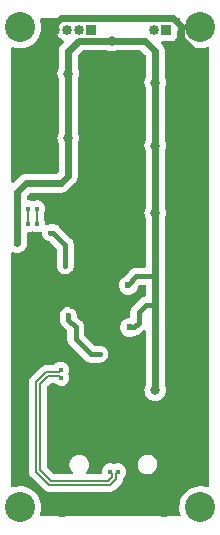
<source format=gbl>
G04 #@! TF.GenerationSoftware,KiCad,Pcbnew,(6.0.6)*
G04 #@! TF.CreationDate,2022-07-14T08:26:48+02:00*
G04 #@! TF.ProjectId,hs3-arduino-nano,6873332d-6172-4647-9569-6e6f2d6e616e,rev?*
G04 #@! TF.SameCoordinates,Original*
G04 #@! TF.FileFunction,Copper,L2,Bot*
G04 #@! TF.FilePolarity,Positive*
%FSLAX46Y46*%
G04 Gerber Fmt 4.6, Leading zero omitted, Abs format (unit mm)*
G04 Created by KiCad (PCBNEW (6.0.6)) date 2022-07-14 08:26:48*
%MOMM*%
%LPD*%
G01*
G04 APERTURE LIST*
G04 #@! TA.AperFunction,ComponentPad*
%ADD10C,2.540000*%
G04 #@! TD*
G04 #@! TA.AperFunction,ComponentPad*
%ADD11R,0.850000X0.850000*%
G04 #@! TD*
G04 #@! TA.AperFunction,ComponentPad*
%ADD12O,0.850000X0.850000*%
G04 #@! TD*
G04 #@! TA.AperFunction,ComponentPad*
%ADD13O,1.000000X2.100000*%
G04 #@! TD*
G04 #@! TA.AperFunction,ComponentPad*
%ADD14O,1.000000X1.600000*%
G04 #@! TD*
G04 #@! TA.AperFunction,ComponentPad*
%ADD15C,0.600000*%
G04 #@! TD*
G04 #@! TA.AperFunction,ViaPad*
%ADD16C,0.400000*%
G04 #@! TD*
G04 #@! TA.AperFunction,ViaPad*
%ADD17C,0.600000*%
G04 #@! TD*
G04 #@! TA.AperFunction,ViaPad*
%ADD18C,0.800000*%
G04 #@! TD*
G04 #@! TA.AperFunction,Conductor*
%ADD19C,0.600000*%
G04 #@! TD*
G04 #@! TA.AperFunction,Conductor*
%ADD20C,0.400000*%
G04 #@! TD*
G04 #@! TA.AperFunction,Conductor*
%ADD21C,0.127000*%
G04 #@! TD*
G04 APERTURE END LIST*
D10*
X139446000Y-68707000D03*
X139446000Y-109347000D03*
X154686000Y-109347000D03*
X154686000Y-68707000D03*
D11*
X151765000Y-68961000D03*
D12*
X150765000Y-68961000D03*
D13*
X143000000Y-105201000D03*
D14*
X151640000Y-109381000D03*
X143000000Y-109381000D03*
D13*
X151640000Y-105201000D03*
D11*
X145415000Y-68935600D03*
D12*
X144415000Y-68935600D03*
X143415000Y-68935600D03*
X142415000Y-68935600D03*
D15*
X143891000Y-91059000D03*
X142616000Y-92334000D03*
X145166000Y-92334000D03*
X145166000Y-91059000D03*
X142616000Y-91059000D03*
X145166000Y-89784000D03*
X143891000Y-89784000D03*
X143891000Y-92334000D03*
X142616000Y-89784000D03*
D16*
X148844000Y-91948000D03*
D17*
X148336000Y-72009000D03*
D16*
X145796000Y-101219000D03*
X152781000Y-88265000D03*
X153924000Y-96266000D03*
X143002000Y-83185000D03*
D17*
X148209000Y-77470000D03*
D18*
X142240000Y-101346000D03*
D16*
X146177000Y-98679000D03*
X148590000Y-84328000D03*
D17*
X139192000Y-88265000D03*
X146050000Y-79756000D03*
X146050000Y-74295000D03*
D16*
X153797000Y-82804000D03*
D17*
X139192000Y-91821000D03*
D18*
X139573000Y-98171000D03*
X139319000Y-102870000D03*
D16*
X148590000Y-88011000D03*
D18*
X150876000Y-78740000D03*
X150876000Y-99441000D03*
X150876000Y-73406000D03*
D17*
X148717000Y-94107000D03*
D18*
X150876000Y-84455000D03*
D17*
X139192000Y-86995000D03*
D18*
X143510000Y-72644000D03*
X143510000Y-78105000D03*
X147193000Y-69850000D03*
D17*
X148600000Y-90550000D03*
D16*
X141986000Y-86106000D03*
X146177000Y-96393000D03*
X143510000Y-93091000D03*
X143256000Y-88900000D03*
X147708500Y-106338640D03*
X142875000Y-97719000D03*
X147058500Y-106338640D03*
X142875000Y-98369000D03*
X140081000Y-84074000D03*
X140081000Y-85344000D03*
X140843000Y-84074000D03*
X140843000Y-85344000D03*
D19*
X152400000Y-67945000D02*
X153016000Y-68561000D01*
X154432000Y-70993000D02*
X154432000Y-72009000D01*
X142415000Y-68935600D02*
X142415000Y-68405000D01*
X153016000Y-69577000D02*
X154432000Y-70993000D01*
X142875000Y-67945000D02*
X152400000Y-67945000D01*
X142415000Y-68405000D02*
X142875000Y-67945000D01*
X153016000Y-68561000D02*
X153016000Y-69577000D01*
D20*
X150876000Y-92202000D02*
X150114000Y-92202000D01*
X150876000Y-89789000D02*
X149236000Y-89789000D01*
D19*
X149987000Y-69850000D02*
X147193000Y-69850000D01*
X139954000Y-81915000D02*
X142875000Y-81915000D01*
X150876000Y-73406000D02*
X150876000Y-70739000D01*
D20*
X150114000Y-92202000D02*
X149479000Y-92837000D01*
D19*
X143510000Y-72644000D02*
X143510000Y-78105000D01*
X150876000Y-99441000D02*
X150876000Y-89789000D01*
X150876000Y-78740000D02*
X150876000Y-73406000D01*
D20*
X149479000Y-92837000D02*
X149479000Y-93726000D01*
X149098000Y-94107000D02*
X148717000Y-94107000D01*
D19*
X139192000Y-82677000D02*
X139954000Y-81915000D01*
X144399000Y-69850000D02*
X147193000Y-69850000D01*
X143510000Y-72644000D02*
X143510000Y-70739000D01*
X139192000Y-86995000D02*
X139192000Y-82677000D01*
D20*
X149236000Y-89789000D02*
X148600000Y-90550000D01*
D19*
X150876000Y-70739000D02*
X149987000Y-69850000D01*
X143510000Y-70739000D02*
X144399000Y-69850000D01*
X142875000Y-81915000D02*
X143510000Y-81280000D01*
X143510000Y-81280000D02*
X143510000Y-78105000D01*
X150876000Y-89789000D02*
X150876000Y-78740000D01*
D20*
X149479000Y-93726000D02*
X149098000Y-94107000D01*
X143256000Y-88900000D02*
X143256000Y-87122000D01*
X145415000Y-96393000D02*
X146177000Y-96393000D01*
X144145000Y-95123000D02*
X145415000Y-96393000D01*
X143510000Y-93472000D02*
X144145000Y-94107000D01*
X143510000Y-93091000D02*
X143510000Y-93472000D01*
X142240000Y-86106000D02*
X141986000Y-86106000D01*
X143256000Y-87122000D02*
X142240000Y-86106000D01*
X144145000Y-94107000D02*
X144145000Y-95123000D01*
D21*
X140781500Y-106377080D02*
X140781500Y-98727920D01*
X147017080Y-107503500D02*
X141907920Y-107503500D01*
X147572001Y-106475139D02*
X147572001Y-106948579D01*
X147572001Y-106948579D02*
X147017080Y-107503500D01*
X147708500Y-106338640D02*
X147572001Y-106475139D01*
X142738501Y-97855499D02*
X142875000Y-97719000D01*
X141653921Y-97855499D02*
X142738501Y-97855499D01*
X141907920Y-107503500D02*
X140781500Y-106377080D01*
X140781500Y-98727920D02*
X141653921Y-97855499D01*
X146860920Y-107126500D02*
X142064080Y-107126500D01*
X147194999Y-106475139D02*
X147194999Y-106792421D01*
X142064080Y-107126500D02*
X141158500Y-106220920D01*
X141810079Y-98232501D02*
X142738501Y-98232501D01*
X141158500Y-106220920D02*
X141158500Y-98884080D01*
X141158500Y-98884080D02*
X141810079Y-98232501D01*
X147058500Y-106338640D02*
X147194999Y-106475139D01*
X147194999Y-106792421D02*
X146860920Y-107126500D01*
X142738501Y-98232501D02*
X142875000Y-98369000D01*
X140081000Y-85344000D02*
X140081000Y-84074000D01*
X140843000Y-84074000D02*
X140843000Y-85344000D01*
G04 #@! TA.AperFunction,Conductor*
G36*
X152907012Y-69015951D02*
G01*
X152945396Y-69075677D01*
X152948078Y-69086590D01*
X152967378Y-69183616D01*
X152968957Y-69188014D01*
X152968959Y-69188021D01*
X153017459Y-69323103D01*
X153056704Y-69432410D01*
X153058921Y-69436536D01*
X153161925Y-69628236D01*
X153181822Y-69665267D01*
X153184617Y-69669011D01*
X153184619Y-69669013D01*
X153312127Y-69839767D01*
X153339985Y-69877073D01*
X153343292Y-69880351D01*
X153343297Y-69880357D01*
X153511254Y-70046853D01*
X153527718Y-70063174D01*
X153740896Y-70219483D01*
X153745031Y-70221659D01*
X153745035Y-70221661D01*
X153868293Y-70286510D01*
X153974836Y-70342565D01*
X154092042Y-70383495D01*
X154219979Y-70428172D01*
X154224400Y-70429716D01*
X154228993Y-70430588D01*
X154479515Y-70478151D01*
X154479518Y-70478151D01*
X154484104Y-70479022D01*
X154616174Y-70484212D01*
X154743575Y-70489218D01*
X154743581Y-70489218D01*
X154748243Y-70489401D01*
X155011015Y-70460622D01*
X155015526Y-70459434D01*
X155015528Y-70459434D01*
X155262124Y-70394511D01*
X155262126Y-70394510D01*
X155266647Y-70393320D01*
X155271754Y-70391126D01*
X155272063Y-70391089D01*
X155275364Y-70389952D01*
X155275608Y-70390660D01*
X155342238Y-70382608D01*
X155406138Y-70413549D01*
X155443165Y-70474126D01*
X155447500Y-70506890D01*
X155447500Y-107550645D01*
X155427498Y-107618766D01*
X155373842Y-107665259D01*
X155303568Y-107675363D01*
X155283092Y-107670648D01*
X155102347Y-107612791D01*
X154959825Y-107589580D01*
X154846053Y-107571051D01*
X154846052Y-107571051D01*
X154841441Y-107570300D01*
X154709281Y-107568570D01*
X154581798Y-107566901D01*
X154581795Y-107566901D01*
X154577121Y-107566840D01*
X154315192Y-107602486D01*
X154310702Y-107603795D01*
X154310696Y-107603796D01*
X154218333Y-107630718D01*
X154061410Y-107676457D01*
X154057163Y-107678415D01*
X154057160Y-107678416D01*
X153966950Y-107720004D01*
X153821348Y-107787127D01*
X153817439Y-107789690D01*
X153604195Y-107929499D01*
X153604190Y-107929503D01*
X153600282Y-107932065D01*
X153596790Y-107935182D01*
X153439577Y-108075500D01*
X153403067Y-108108086D01*
X153234036Y-108311324D01*
X153096901Y-108537314D01*
X152994677Y-108781091D01*
X152993526Y-108785623D01*
X152993525Y-108785626D01*
X152982226Y-108830116D01*
X152929608Y-109037301D01*
X152903124Y-109300314D01*
X152903348Y-109304980D01*
X152903348Y-109304985D01*
X152905518Y-109350160D01*
X152915807Y-109564352D01*
X152967378Y-109823616D01*
X152968957Y-109828014D01*
X152968959Y-109828021D01*
X153009136Y-109939923D01*
X153013330Y-110010796D01*
X152978541Y-110072685D01*
X152915815Y-110105941D01*
X152890548Y-110108500D01*
X141245650Y-110108500D01*
X141177529Y-110088498D01*
X141131036Y-110034842D01*
X141120932Y-109964568D01*
X141124381Y-109948299D01*
X141192414Y-109707069D01*
X141193683Y-109702570D01*
X141227043Y-109440340D01*
X141229487Y-109347000D01*
X141209897Y-109083384D01*
X141151557Y-108825559D01*
X141136028Y-108785626D01*
X141057442Y-108583542D01*
X141057441Y-108583540D01*
X141055749Y-108579189D01*
X141029535Y-108533323D01*
X140926897Y-108353745D01*
X140924578Y-108349687D01*
X140760925Y-108142094D01*
X140568385Y-107960970D01*
X140530187Y-107934471D01*
X140355026Y-107812958D01*
X140355021Y-107812955D01*
X140351188Y-107810296D01*
X140346997Y-107808229D01*
X140118294Y-107695445D01*
X140118291Y-107695444D01*
X140114106Y-107693380D01*
X140057150Y-107675148D01*
X139988227Y-107653086D01*
X139862347Y-107612791D01*
X139719825Y-107589580D01*
X139606053Y-107571051D01*
X139606052Y-107571051D01*
X139601441Y-107570300D01*
X139469281Y-107568570D01*
X139341798Y-107566901D01*
X139341795Y-107566901D01*
X139337121Y-107566840D01*
X139075192Y-107602486D01*
X139070702Y-107603795D01*
X139070696Y-107603796D01*
X138889807Y-107656521D01*
X138859829Y-107665259D01*
X138845759Y-107669360D01*
X138774762Y-107669220D01*
X138715112Y-107630718D01*
X138685747Y-107566078D01*
X138684500Y-107548394D01*
X138684500Y-106377080D01*
X140204565Y-106377080D01*
X140209500Y-106414566D01*
X140209500Y-106414572D01*
X140224223Y-106526402D01*
X140281859Y-106665548D01*
X140294844Y-106682470D01*
X140368516Y-106778482D01*
X140368519Y-106778485D01*
X140373545Y-106785035D01*
X140380095Y-106790061D01*
X140380096Y-106790062D01*
X140396998Y-106803031D01*
X140409389Y-106813899D01*
X141471105Y-107875615D01*
X141481968Y-107888001D01*
X141499965Y-107911455D01*
X141529960Y-107934471D01*
X141529965Y-107934476D01*
X141529981Y-107934488D01*
X141529994Y-107934499D01*
X141612898Y-107998112D01*
X141619452Y-108003141D01*
X141758598Y-108060777D01*
X141789295Y-108064818D01*
X141870417Y-108075499D01*
X141870426Y-108075500D01*
X141870429Y-108075500D01*
X141870441Y-108075501D01*
X141899731Y-108079357D01*
X141899732Y-108079357D01*
X141907920Y-108080435D01*
X141916108Y-108079357D01*
X141916109Y-108079357D01*
X141937218Y-108076578D01*
X141953664Y-108075500D01*
X146971336Y-108075500D01*
X146987782Y-108076578D01*
X147008891Y-108079357D01*
X147008892Y-108079357D01*
X147017080Y-108080435D01*
X147025268Y-108079357D01*
X147025269Y-108079357D01*
X147054559Y-108075501D01*
X147054571Y-108075500D01*
X147054574Y-108075500D01*
X147054583Y-108075499D01*
X147135705Y-108064818D01*
X147166402Y-108060777D01*
X147305548Y-108003141D01*
X147425035Y-107911455D01*
X147443029Y-107888005D01*
X147453896Y-107875614D01*
X147944115Y-107385395D01*
X147956506Y-107374528D01*
X147973403Y-107361563D01*
X147973406Y-107361560D01*
X147979956Y-107356534D01*
X148029428Y-107292062D01*
X148071642Y-107237047D01*
X148129278Y-107097901D01*
X148148937Y-106948579D01*
X148149224Y-106948617D01*
X148167861Y-106885143D01*
X148192028Y-106857453D01*
X148228078Y-106826663D01*
X148233855Y-106821729D01*
X148333924Y-106682470D01*
X148397885Y-106523360D01*
X148402335Y-106492094D01*
X148421466Y-106357671D01*
X148421466Y-106357667D01*
X148422047Y-106353587D01*
X148422204Y-106338640D01*
X148406038Y-106205053D01*
X148402515Y-106175939D01*
X148402514Y-106175936D01*
X148401602Y-106168398D01*
X148340987Y-106007984D01*
X148243857Y-105866659D01*
X148238186Y-105861606D01*
X148121493Y-105757636D01*
X148121490Y-105757634D01*
X148115821Y-105752583D01*
X148107825Y-105748349D01*
X148033541Y-105709018D01*
X147986665Y-105684198D01*
X149372892Y-105684198D01*
X149373249Y-105691015D01*
X149373249Y-105691019D01*
X149378151Y-105784539D01*
X149382370Y-105865047D01*
X149384181Y-105871620D01*
X149384181Y-105871623D01*
X149428648Y-106033059D01*
X149430461Y-106039641D01*
X149514922Y-106199836D01*
X149519327Y-106205049D01*
X149519330Y-106205053D01*
X149627406Y-106332943D01*
X149627410Y-106332947D01*
X149631813Y-106338157D01*
X149637237Y-106342304D01*
X149637238Y-106342305D01*
X149770257Y-106444006D01*
X149770261Y-106444009D01*
X149775678Y-106448150D01*
X149862372Y-106488576D01*
X149933631Y-106521805D01*
X149933634Y-106521806D01*
X149939808Y-106524685D01*
X149946456Y-106526171D01*
X149946459Y-106526172D01*
X150052421Y-106549857D01*
X150116543Y-106564190D01*
X150122088Y-106564500D01*
X150255244Y-106564500D01*
X150390037Y-106549857D01*
X150508190Y-106510094D01*
X150555204Y-106494272D01*
X150555206Y-106494271D01*
X150561675Y-106492094D01*
X150716905Y-106398823D01*
X150721862Y-106394135D01*
X150721865Y-106394133D01*
X150843527Y-106279082D01*
X150843529Y-106279080D01*
X150848485Y-106274393D01*
X150852317Y-106268755D01*
X150852320Y-106268751D01*
X150946442Y-106130255D01*
X150950277Y-106124612D01*
X151017530Y-105956466D01*
X151018644Y-105949738D01*
X151018645Y-105949734D01*
X151045993Y-105784539D01*
X151045993Y-105784536D01*
X151047108Y-105777802D01*
X151046052Y-105757636D01*
X151037987Y-105603766D01*
X151037630Y-105596953D01*
X151014304Y-105512266D01*
X150991352Y-105428941D01*
X150989539Y-105422359D01*
X150905078Y-105262164D01*
X150900673Y-105256951D01*
X150900670Y-105256947D01*
X150792594Y-105129057D01*
X150792590Y-105129053D01*
X150788187Y-105123843D01*
X150782762Y-105119695D01*
X150649743Y-105017994D01*
X150649739Y-105017991D01*
X150644322Y-105013850D01*
X150539186Y-104964825D01*
X150486369Y-104940195D01*
X150486366Y-104940194D01*
X150480192Y-104937315D01*
X150473544Y-104935829D01*
X150473541Y-104935828D01*
X150308494Y-104898936D01*
X150308495Y-104898936D01*
X150303457Y-104897810D01*
X150297912Y-104897500D01*
X150164756Y-104897500D01*
X150029963Y-104912143D01*
X149946609Y-104940195D01*
X149864796Y-104967728D01*
X149864794Y-104967729D01*
X149858325Y-104969906D01*
X149703095Y-105063177D01*
X149698138Y-105067865D01*
X149698135Y-105067867D01*
X149643329Y-105119695D01*
X149571515Y-105187607D01*
X149567683Y-105193245D01*
X149567680Y-105193249D01*
X149516740Y-105268205D01*
X149469723Y-105337388D01*
X149402470Y-105505534D01*
X149401356Y-105512262D01*
X149401355Y-105512266D01*
X149374007Y-105677461D01*
X149372892Y-105684198D01*
X147986665Y-105684198D01*
X147964269Y-105672340D01*
X147946696Y-105667926D01*
X147805322Y-105632415D01*
X147805318Y-105632415D01*
X147797951Y-105630564D01*
X147790352Y-105630524D01*
X147790350Y-105630524D01*
X147718894Y-105630150D01*
X147626469Y-105629666D01*
X147619089Y-105631438D01*
X147619087Y-105631438D01*
X147467102Y-105667926D01*
X147467098Y-105667927D01*
X147459723Y-105669698D01*
X147452980Y-105673178D01*
X147452978Y-105673179D01*
X147442074Y-105678807D01*
X147372367Y-105692275D01*
X147325326Y-105678194D01*
X147320982Y-105675894D01*
X147320980Y-105675893D01*
X147314269Y-105672340D01*
X147260440Y-105658819D01*
X147155322Y-105632415D01*
X147155318Y-105632415D01*
X147147951Y-105630564D01*
X147140352Y-105630524D01*
X147140350Y-105630524D01*
X147068894Y-105630150D01*
X146976469Y-105629666D01*
X146969089Y-105631438D01*
X146969087Y-105631438D01*
X146817102Y-105667926D01*
X146817098Y-105667927D01*
X146809723Y-105669698D01*
X146657339Y-105748349D01*
X146528115Y-105861079D01*
X146429510Y-106001379D01*
X146367218Y-106161149D01*
X146344835Y-106331166D01*
X146347761Y-106357671D01*
X146354054Y-106414674D01*
X146341648Y-106484578D01*
X146293418Y-106536678D01*
X146228815Y-106554500D01*
X145088904Y-106554500D01*
X145020783Y-106534498D01*
X144974290Y-106480842D01*
X144964186Y-106410568D01*
X144993680Y-106345988D01*
X145002331Y-106336952D01*
X145006571Y-106332943D01*
X145068485Y-106274393D01*
X145072317Y-106268755D01*
X145072320Y-106268751D01*
X145166442Y-106130255D01*
X145170277Y-106124612D01*
X145237530Y-105956466D01*
X145238644Y-105949738D01*
X145238645Y-105949734D01*
X145265993Y-105784539D01*
X145265993Y-105784536D01*
X145267108Y-105777802D01*
X145266052Y-105757636D01*
X145257987Y-105603766D01*
X145257630Y-105596953D01*
X145234304Y-105512266D01*
X145211352Y-105428941D01*
X145209539Y-105422359D01*
X145125078Y-105262164D01*
X145120673Y-105256951D01*
X145120670Y-105256947D01*
X145012594Y-105129057D01*
X145012590Y-105129053D01*
X145008187Y-105123843D01*
X145002762Y-105119695D01*
X144869743Y-105017994D01*
X144869739Y-105017991D01*
X144864322Y-105013850D01*
X144759186Y-104964825D01*
X144706369Y-104940195D01*
X144706366Y-104940194D01*
X144700192Y-104937315D01*
X144693544Y-104935829D01*
X144693541Y-104935828D01*
X144528494Y-104898936D01*
X144528495Y-104898936D01*
X144523457Y-104897810D01*
X144517912Y-104897500D01*
X144384756Y-104897500D01*
X144249963Y-104912143D01*
X144166609Y-104940195D01*
X144084796Y-104967728D01*
X144084794Y-104967729D01*
X144078325Y-104969906D01*
X143923095Y-105063177D01*
X143918138Y-105067865D01*
X143918135Y-105067867D01*
X143863329Y-105119695D01*
X143791515Y-105187607D01*
X143787683Y-105193245D01*
X143787680Y-105193249D01*
X143736740Y-105268205D01*
X143689723Y-105337388D01*
X143622470Y-105505534D01*
X143621356Y-105512262D01*
X143621355Y-105512266D01*
X143594007Y-105677461D01*
X143592892Y-105684198D01*
X143593249Y-105691015D01*
X143593249Y-105691019D01*
X143598151Y-105784539D01*
X143602370Y-105865047D01*
X143604181Y-105871620D01*
X143604181Y-105871623D01*
X143648648Y-106033059D01*
X143650461Y-106039641D01*
X143734922Y-106199836D01*
X143739327Y-106205049D01*
X143739330Y-106205053D01*
X143847406Y-106332943D01*
X143847410Y-106332947D01*
X143851813Y-106338157D01*
X143852965Y-106339038D01*
X143887471Y-106398715D01*
X143884139Y-106469633D01*
X143842995Y-106527492D01*
X143777101Y-106553922D01*
X143765042Y-106554500D01*
X142353200Y-106554500D01*
X142285079Y-106534498D01*
X142264105Y-106517595D01*
X141767405Y-106020895D01*
X141733379Y-105958583D01*
X141730500Y-105931800D01*
X141730500Y-99173200D01*
X141750502Y-99105079D01*
X141767405Y-99084105D01*
X142010104Y-98841406D01*
X142072416Y-98807380D01*
X142099199Y-98804501D01*
X142252082Y-98804501D01*
X142320203Y-98824503D01*
X142336882Y-98837308D01*
X142455944Y-98945646D01*
X142455948Y-98945649D01*
X142461565Y-98950760D01*
X142612268Y-99032585D01*
X142778139Y-99076101D01*
X142865586Y-99077474D01*
X142942003Y-99078675D01*
X142942006Y-99078675D01*
X142949602Y-99078794D01*
X142957006Y-99077098D01*
X142957008Y-99077098D01*
X143059587Y-99053604D01*
X143116759Y-99040510D01*
X143269958Y-98963459D01*
X143275729Y-98958530D01*
X143275732Y-98958528D01*
X143394578Y-98857023D01*
X143400355Y-98852089D01*
X143489581Y-98727920D01*
X143495992Y-98718998D01*
X143495993Y-98718997D01*
X143500424Y-98712830D01*
X143564385Y-98553720D01*
X143588547Y-98383947D01*
X143588704Y-98369000D01*
X143582162Y-98314939D01*
X143569015Y-98206299D01*
X143569014Y-98206296D01*
X143568102Y-98198758D01*
X143565417Y-98191651D01*
X143526199Y-98087862D01*
X143520831Y-98017069D01*
X143527157Y-97996329D01*
X143561553Y-97910764D01*
X143564385Y-97903720D01*
X143588547Y-97733947D01*
X143588704Y-97719000D01*
X143568102Y-97548758D01*
X143507487Y-97388344D01*
X143482988Y-97352698D01*
X143414659Y-97253278D01*
X143414658Y-97253276D01*
X143410357Y-97247019D01*
X143404686Y-97241966D01*
X143287993Y-97137996D01*
X143287990Y-97137994D01*
X143282321Y-97132943D01*
X143274325Y-97128709D01*
X143174597Y-97075906D01*
X143130769Y-97052700D01*
X143102654Y-97045638D01*
X142971822Y-97012775D01*
X142971818Y-97012775D01*
X142964451Y-97010924D01*
X142956852Y-97010884D01*
X142956850Y-97010884D01*
X142885394Y-97010510D01*
X142792969Y-97010026D01*
X142785589Y-97011798D01*
X142785587Y-97011798D01*
X142633602Y-97048286D01*
X142633598Y-97048287D01*
X142626223Y-97050058D01*
X142473839Y-97128709D01*
X142344615Y-97241439D01*
X142343474Y-97243063D01*
X142285066Y-97279048D01*
X142251873Y-97283499D01*
X141699672Y-97283499D01*
X141683225Y-97282421D01*
X141662109Y-97279641D01*
X141653921Y-97278563D01*
X141616429Y-97283499D01*
X141504599Y-97298222D01*
X141365453Y-97355858D01*
X141245966Y-97447544D01*
X141240940Y-97454094D01*
X141227972Y-97470994D01*
X141217105Y-97483385D01*
X140409386Y-98291104D01*
X140396995Y-98301971D01*
X140373545Y-98319965D01*
X140350525Y-98349965D01*
X140350524Y-98349966D01*
X140324072Y-98384439D01*
X140281859Y-98439452D01*
X140224223Y-98578598D01*
X140209500Y-98690428D01*
X140209500Y-98690434D01*
X140204565Y-98727920D01*
X140205643Y-98736108D01*
X140205643Y-98736109D01*
X140208422Y-98757218D01*
X140209500Y-98773664D01*
X140209500Y-106331336D01*
X140208422Y-106347782D01*
X140204565Y-106377080D01*
X138684500Y-106377080D01*
X138684500Y-93083526D01*
X142796335Y-93083526D01*
X142799262Y-93110037D01*
X142800739Y-93123416D01*
X142801500Y-93137243D01*
X142801500Y-93443088D01*
X142801208Y-93451658D01*
X142797275Y-93509352D01*
X142798580Y-93516829D01*
X142798580Y-93516830D01*
X142808261Y-93572299D01*
X142809223Y-93578821D01*
X142816898Y-93642242D01*
X142819581Y-93649343D01*
X142820222Y-93651952D01*
X142824685Y-93668262D01*
X142825450Y-93670798D01*
X142826757Y-93678284D01*
X142829811Y-93685241D01*
X142852442Y-93736795D01*
X142854933Y-93742899D01*
X142877513Y-93802656D01*
X142881817Y-93808919D01*
X142883054Y-93811285D01*
X142891299Y-93826097D01*
X142892632Y-93828351D01*
X142895685Y-93835305D01*
X142900985Y-93842211D01*
X142934579Y-93885991D01*
X142938459Y-93891332D01*
X142970339Y-93937720D01*
X142970344Y-93937725D01*
X142974643Y-93943981D01*
X142980313Y-93949032D01*
X142980314Y-93949034D01*
X143021170Y-93985435D01*
X143026446Y-93990416D01*
X143399595Y-94363565D01*
X143433621Y-94425877D01*
X143436500Y-94452660D01*
X143436500Y-95094088D01*
X143436208Y-95102658D01*
X143432275Y-95160352D01*
X143433580Y-95167829D01*
X143433580Y-95167830D01*
X143443261Y-95223299D01*
X143444223Y-95229821D01*
X143451898Y-95293242D01*
X143454581Y-95300343D01*
X143455222Y-95302952D01*
X143459685Y-95319262D01*
X143460450Y-95321798D01*
X143461757Y-95329284D01*
X143464811Y-95336241D01*
X143487442Y-95387795D01*
X143489933Y-95393899D01*
X143512513Y-95453656D01*
X143516817Y-95459919D01*
X143518054Y-95462285D01*
X143526299Y-95477097D01*
X143527632Y-95479351D01*
X143530685Y-95486305D01*
X143535307Y-95492328D01*
X143569579Y-95536991D01*
X143573459Y-95542332D01*
X143605339Y-95588720D01*
X143605344Y-95588725D01*
X143609643Y-95594981D01*
X143615313Y-95600032D01*
X143615314Y-95600034D01*
X143656170Y-95636435D01*
X143661446Y-95641416D01*
X144893557Y-96873528D01*
X144899411Y-96879793D01*
X144937439Y-96923385D01*
X144989729Y-96960136D01*
X144994971Y-96964028D01*
X145045282Y-97003476D01*
X145052201Y-97006600D01*
X145054493Y-97007988D01*
X145069165Y-97016357D01*
X145071525Y-97017622D01*
X145077739Y-97021990D01*
X145084818Y-97024750D01*
X145084820Y-97024751D01*
X145137275Y-97045202D01*
X145143344Y-97047753D01*
X145201573Y-97074045D01*
X145209046Y-97075430D01*
X145211612Y-97076234D01*
X145227835Y-97080855D01*
X145230427Y-97081520D01*
X145237509Y-97084282D01*
X145245044Y-97085274D01*
X145300861Y-97092622D01*
X145307377Y-97093654D01*
X145345770Y-97100770D01*
X145370186Y-97105295D01*
X145377766Y-97104858D01*
X145377767Y-97104858D01*
X145432380Y-97101709D01*
X145439633Y-97101500D01*
X146168253Y-97101500D01*
X146170232Y-97101516D01*
X146244003Y-97102675D01*
X146244006Y-97102675D01*
X146251602Y-97102794D01*
X146292561Y-97093413D01*
X146305540Y-97091149D01*
X146347242Y-97086102D01*
X146374232Y-97075904D01*
X146390630Y-97070953D01*
X146418759Y-97064510D01*
X146456294Y-97045632D01*
X146468355Y-97040338D01*
X146500552Y-97028172D01*
X146500556Y-97028170D01*
X146507656Y-97025487D01*
X146513916Y-97021185D01*
X146513919Y-97021183D01*
X146531430Y-97009148D01*
X146546183Y-97000423D01*
X146565167Y-96990875D01*
X146565171Y-96990873D01*
X146571958Y-96987459D01*
X146603911Y-96960168D01*
X146614349Y-96952158D01*
X146648981Y-96928357D01*
X146654033Y-96922686D01*
X146654036Y-96922684D01*
X146668176Y-96906814D01*
X146680419Y-96894825D01*
X146696577Y-96881024D01*
X146696577Y-96881023D01*
X146702355Y-96876089D01*
X146726871Y-96841972D01*
X146735116Y-96831681D01*
X146758005Y-96805992D01*
X146758007Y-96805988D01*
X146763057Y-96800321D01*
X146776555Y-96774828D01*
X146785589Y-96760258D01*
X146797989Y-96743002D01*
X146797989Y-96743001D01*
X146802424Y-96736830D01*
X146818091Y-96697856D01*
X146823642Y-96685897D01*
X146839748Y-96655478D01*
X146839749Y-96655476D01*
X146843300Y-96648769D01*
X146845149Y-96641407D01*
X146845152Y-96641400D01*
X146850330Y-96620786D01*
X146855625Y-96604489D01*
X146863550Y-96584773D01*
X146863550Y-96584772D01*
X146866385Y-96577720D01*
X146872304Y-96536133D01*
X146874843Y-96523193D01*
X146883224Y-96489824D01*
X146885076Y-96482451D01*
X146885227Y-96453603D01*
X146886482Y-96436509D01*
X146889966Y-96412030D01*
X146889966Y-96412029D01*
X146890547Y-96407947D01*
X146890704Y-96393000D01*
X146890207Y-96388891D01*
X146886711Y-96360002D01*
X146885800Y-96344205D01*
X146885934Y-96318564D01*
X146885974Y-96310969D01*
X146877190Y-96274379D01*
X146874622Y-96260105D01*
X146871015Y-96230300D01*
X146871015Y-96230298D01*
X146870102Y-96222758D01*
X146858355Y-96191670D01*
X146853701Y-96176543D01*
X146847715Y-96151606D01*
X146847713Y-96151602D01*
X146845942Y-96144223D01*
X146828682Y-96110781D01*
X146822786Y-96097539D01*
X146812173Y-96069451D01*
X146812171Y-96069448D01*
X146809487Y-96062344D01*
X146790655Y-96034944D01*
X146782541Y-96021387D01*
X146767291Y-95991839D01*
X146762300Y-95986118D01*
X146762296Y-95986112D01*
X146742558Y-95963487D01*
X146733664Y-95952021D01*
X146716661Y-95927280D01*
X146716656Y-95927275D01*
X146712357Y-95921019D01*
X146687537Y-95898905D01*
X146676412Y-95887662D01*
X146659557Y-95868341D01*
X146659553Y-95868338D01*
X146654561Y-95862615D01*
X146648347Y-95858247D01*
X146648344Y-95858245D01*
X146623778Y-95840979D01*
X146612414Y-95831972D01*
X146601694Y-95822422D01*
X146584321Y-95806943D01*
X146577612Y-95803391D01*
X146577608Y-95803388D01*
X146554946Y-95791389D01*
X146541459Y-95783124D01*
X146520481Y-95768381D01*
X146520478Y-95768379D01*
X146514261Y-95764010D01*
X146507180Y-95761249D01*
X146507176Y-95761247D01*
X146479210Y-95750343D01*
X146466023Y-95744306D01*
X146439482Y-95730254D01*
X146439480Y-95730253D01*
X146432769Y-95726700D01*
X146425409Y-95724851D01*
X146425403Y-95724849D01*
X146400534Y-95718603D01*
X146385457Y-95713791D01*
X146361573Y-95704479D01*
X146361572Y-95704479D01*
X146354491Y-95701718D01*
X146346961Y-95700727D01*
X146346958Y-95700726D01*
X146317193Y-95696808D01*
X146302941Y-95694090D01*
X146298169Y-95692891D01*
X146266451Y-95684924D01*
X146258853Y-95684884D01*
X146258852Y-95684884D01*
X146252239Y-95684849D01*
X146226324Y-95684713D01*
X146224965Y-95684665D01*
X146223706Y-95684500D01*
X146185762Y-95684500D01*
X146185102Y-95684498D01*
X146099372Y-95684049D01*
X146099371Y-95684049D01*
X146094969Y-95684026D01*
X146093452Y-95684390D01*
X146091550Y-95684500D01*
X145760660Y-95684500D01*
X145692539Y-95664498D01*
X145671565Y-95647595D01*
X144890405Y-94866435D01*
X144856379Y-94804123D01*
X144853500Y-94777340D01*
X144853500Y-94135927D01*
X144853792Y-94127358D01*
X144857210Y-94077225D01*
X144857210Y-94077221D01*
X144857726Y-94069648D01*
X144846736Y-94006681D01*
X144845775Y-94000165D01*
X144844284Y-93987846D01*
X144838102Y-93936758D01*
X144835419Y-93929657D01*
X144834778Y-93927048D01*
X144830313Y-93910728D01*
X144829548Y-93908195D01*
X144828243Y-93900717D01*
X144802552Y-93842190D01*
X144800067Y-93836102D01*
X144780172Y-93783449D01*
X144780171Y-93783447D01*
X144777487Y-93776344D01*
X144773186Y-93770085D01*
X144771949Y-93767720D01*
X144763727Y-93752948D01*
X144762372Y-93750656D01*
X144759316Y-93743695D01*
X144754691Y-93737668D01*
X144754689Y-93737664D01*
X144720407Y-93692987D01*
X144716529Y-93687650D01*
X144714874Y-93685241D01*
X144691995Y-93651952D01*
X144684659Y-93641278D01*
X144684658Y-93641277D01*
X144680357Y-93635019D01*
X144633847Y-93593580D01*
X144628571Y-93588600D01*
X144258394Y-93218424D01*
X144224369Y-93156111D01*
X144222841Y-93114157D01*
X144222653Y-93114143D01*
X144222780Y-93112475D01*
X144222747Y-93111571D01*
X144222965Y-93110037D01*
X144222965Y-93110036D01*
X144223547Y-93105947D01*
X144223704Y-93091000D01*
X144203102Y-92920758D01*
X144142487Y-92760344D01*
X144118968Y-92726124D01*
X144049659Y-92625278D01*
X144049658Y-92625276D01*
X144045357Y-92619019D01*
X144039686Y-92613966D01*
X143922993Y-92509996D01*
X143922990Y-92509994D01*
X143917321Y-92504943D01*
X143909325Y-92500709D01*
X143772481Y-92428254D01*
X143772482Y-92428254D01*
X143765769Y-92424700D01*
X143724807Y-92414411D01*
X143606822Y-92384775D01*
X143606818Y-92384775D01*
X143599451Y-92382924D01*
X143591852Y-92382884D01*
X143591850Y-92382884D01*
X143520394Y-92382510D01*
X143427969Y-92382026D01*
X143420589Y-92383798D01*
X143420587Y-92383798D01*
X143268602Y-92420286D01*
X143268598Y-92420287D01*
X143261223Y-92422058D01*
X143108839Y-92500709D01*
X142979615Y-92613439D01*
X142881010Y-92753739D01*
X142849864Y-92833624D01*
X142838939Y-92861646D01*
X142818718Y-92913509D01*
X142796335Y-93083526D01*
X138684500Y-93083526D01*
X138684500Y-87851179D01*
X138704502Y-87783058D01*
X138758158Y-87736565D01*
X138828432Y-87726461D01*
X138852756Y-87732476D01*
X138914743Y-87754549D01*
X138916210Y-87755083D01*
X138995168Y-87784448D01*
X139000831Y-87785204D01*
X139006210Y-87787119D01*
X139013200Y-87787952D01*
X139013202Y-87787953D01*
X139052485Y-87792637D01*
X139089814Y-87797088D01*
X139091477Y-87797299D01*
X139174961Y-87808438D01*
X139180652Y-87807920D01*
X139186320Y-87808596D01*
X139193323Y-87807860D01*
X139193324Y-87807860D01*
X139222338Y-87804811D01*
X139270064Y-87799795D01*
X139271763Y-87799629D01*
X139303648Y-87796727D01*
X139348582Y-87792637D01*
X139348584Y-87792637D01*
X139355600Y-87791998D01*
X139361032Y-87790233D01*
X139366712Y-87789636D01*
X139446425Y-87762500D01*
X139448075Y-87761951D01*
X139521406Y-87738125D01*
X139521409Y-87738124D01*
X139528108Y-87735947D01*
X139533013Y-87733023D01*
X139538421Y-87731182D01*
X139610123Y-87687070D01*
X139611629Y-87686158D01*
X139677858Y-87646678D01*
X139677859Y-87646677D01*
X139683912Y-87643069D01*
X139688048Y-87639130D01*
X139692912Y-87636138D01*
X139753032Y-87577265D01*
X139754296Y-87576044D01*
X139810165Y-87522840D01*
X139810166Y-87522838D01*
X139815266Y-87517982D01*
X139818427Y-87513225D01*
X139822507Y-87509229D01*
X139826321Y-87503311D01*
X139826325Y-87503306D01*
X139868124Y-87438447D01*
X139869087Y-87436975D01*
X139911743Y-87372773D01*
X139911745Y-87372768D01*
X139915643Y-87366902D01*
X139917671Y-87361562D01*
X139920765Y-87356762D01*
X139949526Y-87277740D01*
X139950136Y-87276100D01*
X139977552Y-87203929D01*
X139977554Y-87203923D01*
X139980055Y-87197338D01*
X139980850Y-87191680D01*
X139982803Y-87186315D01*
X139993349Y-87102839D01*
X139993580Y-87101104D01*
X140004747Y-87021642D01*
X140005299Y-87017717D01*
X140005616Y-86995000D01*
X140001285Y-86956388D01*
X140000500Y-86942343D01*
X140000500Y-86179352D01*
X140020502Y-86111231D01*
X140074158Y-86064738D01*
X140128479Y-86053368D01*
X140129117Y-86053378D01*
X140148003Y-86053675D01*
X140148006Y-86053675D01*
X140155602Y-86053794D01*
X140163006Y-86052098D01*
X140163008Y-86052098D01*
X140225846Y-86037706D01*
X140322759Y-86015510D01*
X140405169Y-85974062D01*
X140475013Y-85961324D01*
X140521902Y-85975895D01*
X140580268Y-86007585D01*
X140746139Y-86051101D01*
X140833586Y-86052474D01*
X140910003Y-86053675D01*
X140910006Y-86053675D01*
X140917602Y-86053794D01*
X140925006Y-86052098D01*
X140925008Y-86052098D01*
X140987846Y-86037706D01*
X141084759Y-86015510D01*
X141091824Y-86011957D01*
X141092050Y-86011916D01*
X141098693Y-86009524D01*
X141099092Y-86010631D01*
X141161667Y-85999217D01*
X141227311Y-86026260D01*
X141267914Y-86084500D01*
X141273678Y-86110692D01*
X141276464Y-86135923D01*
X141277223Y-86150411D01*
X141277026Y-86188031D01*
X141278799Y-86195415D01*
X141284786Y-86220356D01*
X141287506Y-86235942D01*
X141291153Y-86268975D01*
X141302356Y-86299590D01*
X141304082Y-86304306D01*
X141308273Y-86318189D01*
X141315283Y-86347386D01*
X141315285Y-86347390D01*
X141317058Y-86354777D01*
X141332301Y-86384310D01*
X141338659Y-86398795D01*
X141347472Y-86422877D01*
X141347475Y-86422883D01*
X141350085Y-86430015D01*
X141354322Y-86436320D01*
X141371070Y-86461243D01*
X141378455Y-86473732D01*
X141395709Y-86507161D01*
X141400705Y-86512887D01*
X141400705Y-86512888D01*
X141417559Y-86532208D01*
X141427191Y-86544760D01*
X141445730Y-86572349D01*
X141473566Y-86597678D01*
X141483701Y-86608028D01*
X141508439Y-86636385D01*
X141514657Y-86640755D01*
X141535630Y-86655495D01*
X141547980Y-86665389D01*
X141572565Y-86687760D01*
X141579243Y-86691386D01*
X141579246Y-86691388D01*
X141605626Y-86705711D01*
X141617956Y-86713356D01*
X141642517Y-86730618D01*
X141642523Y-86730621D01*
X141648739Y-86734990D01*
X141655815Y-86737749D01*
X141655821Y-86737752D01*
X141679707Y-86747064D01*
X141694061Y-86753727D01*
X141716588Y-86765959D01*
X141716595Y-86765962D01*
X141723268Y-86769585D01*
X141747260Y-86775879D01*
X141759656Y-86779131D01*
X141773452Y-86783614D01*
X141793279Y-86791344D01*
X141808509Y-86797282D01*
X141834861Y-86800751D01*
X141841459Y-86801620D01*
X141856985Y-86804666D01*
X141881787Y-86811173D01*
X141881793Y-86811174D01*
X141889139Y-86813101D01*
X141896738Y-86813220D01*
X141904257Y-86814250D01*
X141904018Y-86815997D01*
X141962794Y-86834262D01*
X141982112Y-86850082D01*
X142510595Y-87378565D01*
X142544621Y-87440877D01*
X142547500Y-87467660D01*
X142547500Y-88845036D01*
X142546422Y-88861482D01*
X142542335Y-88892526D01*
X142547170Y-88936316D01*
X142547500Y-88940184D01*
X142547500Y-88943003D01*
X142552083Y-88980867D01*
X142552217Y-88982025D01*
X142561153Y-89062975D01*
X142562446Y-89066509D01*
X142562898Y-89070242D01*
X142568369Y-89084720D01*
X142591639Y-89146305D01*
X142592099Y-89147540D01*
X142616659Y-89214652D01*
X142620085Y-89224015D01*
X142622184Y-89227138D01*
X142623513Y-89230656D01*
X142643208Y-89259312D01*
X142669618Y-89297740D01*
X142670351Y-89298819D01*
X142715730Y-89366349D01*
X142718512Y-89368881D01*
X142720643Y-89371981D01*
X142726315Y-89377035D01*
X142726319Y-89377039D01*
X142781442Y-89426152D01*
X142782357Y-89426975D01*
X142842565Y-89481760D01*
X142845871Y-89483555D01*
X142848679Y-89486057D01*
X142855395Y-89489613D01*
X142855398Y-89489615D01*
X142920556Y-89524114D01*
X142921716Y-89524735D01*
X142993268Y-89563585D01*
X142996906Y-89564539D01*
X143000231Y-89566300D01*
X143079137Y-89586120D01*
X143080345Y-89586429D01*
X143159139Y-89607101D01*
X143162903Y-89607160D01*
X143166549Y-89608076D01*
X143174152Y-89608116D01*
X143174154Y-89608116D01*
X143247920Y-89608502D01*
X143249239Y-89608516D01*
X143323003Y-89609675D01*
X143323006Y-89609675D01*
X143330602Y-89609794D01*
X143334268Y-89608954D01*
X143338031Y-89608974D01*
X143417282Y-89589948D01*
X143418420Y-89589681D01*
X143446616Y-89583224D01*
X143490356Y-89573206D01*
X143490359Y-89573205D01*
X143497759Y-89571510D01*
X143501119Y-89569820D01*
X143504777Y-89568942D01*
X143577155Y-89531585D01*
X143578123Y-89531092D01*
X143650958Y-89494459D01*
X143653818Y-89492017D01*
X143657161Y-89490291D01*
X143662878Y-89485304D01*
X143662882Y-89485301D01*
X143693568Y-89458531D01*
X143718518Y-89436766D01*
X143719453Y-89435959D01*
X143775579Y-89388023D01*
X143775582Y-89388019D01*
X143781355Y-89383089D01*
X143783550Y-89380034D01*
X143786385Y-89377561D01*
X143792486Y-89368881D01*
X143833155Y-89311015D01*
X143833919Y-89309940D01*
X143876990Y-89250001D01*
X143876991Y-89249999D01*
X143881424Y-89243830D01*
X143882828Y-89240337D01*
X143884990Y-89237261D01*
X143914542Y-89161463D01*
X143915028Y-89160237D01*
X143942550Y-89091772D01*
X143945385Y-89084720D01*
X143945915Y-89080998D01*
X143947282Y-89077491D01*
X143949935Y-89057344D01*
X143957911Y-88996757D01*
X143958090Y-88995450D01*
X143968966Y-88919031D01*
X143968966Y-88919028D01*
X143969547Y-88914947D01*
X143969704Y-88900000D01*
X143965413Y-88864540D01*
X143964500Y-88849405D01*
X143964500Y-87150912D01*
X143964792Y-87142342D01*
X143968209Y-87092224D01*
X143968209Y-87092220D01*
X143968725Y-87084648D01*
X143957738Y-87021697D01*
X143956776Y-87015175D01*
X143950014Y-86959298D01*
X143949102Y-86951758D01*
X143946419Y-86944657D01*
X143945778Y-86942048D01*
X143941315Y-86925738D01*
X143940550Y-86923202D01*
X143939243Y-86915716D01*
X143913556Y-86857200D01*
X143911065Y-86851096D01*
X143891173Y-86798452D01*
X143891172Y-86798451D01*
X143888487Y-86791344D01*
X143884183Y-86785081D01*
X143882946Y-86782715D01*
X143874701Y-86767903D01*
X143873368Y-86765649D01*
X143870315Y-86758695D01*
X143831413Y-86707998D01*
X143827541Y-86702668D01*
X143795661Y-86656280D01*
X143795656Y-86656275D01*
X143791357Y-86650019D01*
X143780960Y-86640755D01*
X143744830Y-86608565D01*
X143739554Y-86603584D01*
X142761450Y-85625480D01*
X142755596Y-85619215D01*
X142755201Y-85618762D01*
X142717561Y-85575615D01*
X142665280Y-85538871D01*
X142659986Y-85534939D01*
X142615693Y-85500209D01*
X142609718Y-85495524D01*
X142602802Y-85492401D01*
X142600516Y-85491017D01*
X142585835Y-85482643D01*
X142583475Y-85481378D01*
X142577261Y-85477010D01*
X142570182Y-85474250D01*
X142570180Y-85474249D01*
X142517725Y-85453798D01*
X142511656Y-85451247D01*
X142453427Y-85424955D01*
X142445960Y-85423571D01*
X142443405Y-85422770D01*
X142427152Y-85418141D01*
X142424572Y-85417478D01*
X142417491Y-85414718D01*
X142409960Y-85413727D01*
X142409958Y-85413726D01*
X142380339Y-85409827D01*
X142354139Y-85406378D01*
X142347641Y-85405348D01*
X142284814Y-85393704D01*
X142277234Y-85394141D01*
X142277233Y-85394141D01*
X142222608Y-85397291D01*
X142215354Y-85397500D01*
X141994762Y-85397500D01*
X141994102Y-85397498D01*
X141903969Y-85397026D01*
X141874873Y-85404011D01*
X141867379Y-85405810D01*
X141853105Y-85408378D01*
X141823300Y-85411985D01*
X141823298Y-85411985D01*
X141815758Y-85412898D01*
X141808651Y-85415583D01*
X141808649Y-85415584D01*
X141784670Y-85424645D01*
X141769544Y-85429299D01*
X141737223Y-85437058D01*
X141730468Y-85440545D01*
X141725175Y-85442513D01*
X141654355Y-85447511D01*
X141592074Y-85413428D01*
X141558108Y-85351084D01*
X141556166Y-85339554D01*
X141537015Y-85181299D01*
X141537014Y-85181296D01*
X141536102Y-85173758D01*
X141475487Y-85013344D01*
X141437160Y-84957578D01*
X141415000Y-84886211D01*
X141415000Y-84532752D01*
X141438678Y-84459225D01*
X141441714Y-84455000D01*
X141468424Y-84417830D01*
X141532385Y-84258720D01*
X141556547Y-84088947D01*
X141556704Y-84074000D01*
X141536102Y-83903758D01*
X141475487Y-83743344D01*
X141378357Y-83602019D01*
X141372686Y-83596966D01*
X141255993Y-83492996D01*
X141255990Y-83492994D01*
X141250321Y-83487943D01*
X141098769Y-83407700D01*
X141081192Y-83403285D01*
X140939822Y-83367775D01*
X140939818Y-83367775D01*
X140932451Y-83365924D01*
X140924852Y-83365884D01*
X140924850Y-83365884D01*
X140853394Y-83365510D01*
X140760969Y-83365026D01*
X140753589Y-83366798D01*
X140753587Y-83366798D01*
X140671151Y-83386589D01*
X140594223Y-83405058D01*
X140587471Y-83408543D01*
X140519860Y-83443439D01*
X140450153Y-83456908D01*
X140403112Y-83442827D01*
X140343481Y-83411254D01*
X140343482Y-83411254D01*
X140336769Y-83407700D01*
X140319192Y-83403285D01*
X140177822Y-83367775D01*
X140177818Y-83367775D01*
X140170451Y-83365924D01*
X140162852Y-83365884D01*
X140162850Y-83365884D01*
X140125839Y-83365690D01*
X140057824Y-83345331D01*
X140011613Y-83291432D01*
X140000500Y-83239692D01*
X140000500Y-83064082D01*
X140020502Y-82995961D01*
X140037405Y-82974987D01*
X140251987Y-82760405D01*
X140314299Y-82726379D01*
X140341082Y-82723500D01*
X142865786Y-82723500D01*
X142867106Y-82723507D01*
X142957221Y-82724451D01*
X142999597Y-82715289D01*
X143012163Y-82713231D01*
X143055255Y-82708397D01*
X143061906Y-82706081D01*
X143061910Y-82706080D01*
X143086930Y-82697367D01*
X143101742Y-82693204D01*
X143127619Y-82687609D01*
X143134510Y-82686119D01*
X143173813Y-82667792D01*
X143185589Y-82663010D01*
X143226552Y-82648745D01*
X143232527Y-82645011D01*
X143232530Y-82645010D01*
X143254995Y-82630973D01*
X143268512Y-82623634D01*
X143292514Y-82612441D01*
X143292515Y-82612440D01*
X143298902Y-82609462D01*
X143333153Y-82582894D01*
X143343612Y-82575598D01*
X143374404Y-82556358D01*
X143374407Y-82556356D01*
X143380376Y-82552626D01*
X143409179Y-82524024D01*
X143409804Y-82523439D01*
X143410470Y-82522922D01*
X143436455Y-82496937D01*
X143509082Y-82424815D01*
X143509740Y-82423778D01*
X143510838Y-82422554D01*
X144075112Y-81858279D01*
X144076050Y-81857350D01*
X144135475Y-81799157D01*
X144135476Y-81799156D01*
X144140507Y-81794229D01*
X144144322Y-81788310D01*
X144144328Y-81788302D01*
X144163994Y-81757786D01*
X144171427Y-81747441D01*
X144198476Y-81713557D01*
X144213073Y-81683362D01*
X144220602Y-81669945D01*
X144234948Y-81647684D01*
X144238765Y-81641762D01*
X144241173Y-81635145D01*
X144241176Y-81635140D01*
X144253592Y-81601027D01*
X144258553Y-81589284D01*
X144274353Y-81556600D01*
X144274356Y-81556591D01*
X144277421Y-81550251D01*
X144284966Y-81517572D01*
X144289334Y-81502825D01*
X144300803Y-81471315D01*
X144301685Y-81464330D01*
X144301687Y-81464323D01*
X144306237Y-81428308D01*
X144308472Y-81415757D01*
X144316640Y-81380378D01*
X144318225Y-81373515D01*
X144318367Y-81333068D01*
X144318367Y-81332926D01*
X144318396Y-81332057D01*
X144318500Y-81331231D01*
X144318500Y-81294714D01*
X144318641Y-81254402D01*
X144318846Y-81195664D01*
X144318846Y-81195658D01*
X144318858Y-81192130D01*
X144318589Y-81190927D01*
X144318500Y-81189283D01*
X144318500Y-78555397D01*
X144335380Y-78492398D01*
X144344527Y-78476556D01*
X144403542Y-78294928D01*
X144423504Y-78105000D01*
X144403542Y-77915072D01*
X144344527Y-77733444D01*
X144335380Y-77717602D01*
X144318500Y-77654603D01*
X144318500Y-73094397D01*
X144335380Y-73031398D01*
X144344527Y-73015556D01*
X144403542Y-72833928D01*
X144423504Y-72644000D01*
X144403542Y-72454072D01*
X144344527Y-72272444D01*
X144335380Y-72256602D01*
X144318500Y-72193603D01*
X144318500Y-71126082D01*
X144338502Y-71057961D01*
X144355405Y-71036987D01*
X144696987Y-70695405D01*
X144759299Y-70661379D01*
X144786082Y-70658500D01*
X146748506Y-70658500D01*
X146799755Y-70669393D01*
X146910712Y-70718794D01*
X147004113Y-70738647D01*
X147091056Y-70757128D01*
X147091061Y-70757128D01*
X147097513Y-70758500D01*
X147288487Y-70758500D01*
X147294939Y-70757128D01*
X147294944Y-70757128D01*
X147381887Y-70738647D01*
X147475288Y-70718794D01*
X147586245Y-70669393D01*
X147637494Y-70658500D01*
X149599918Y-70658500D01*
X149668039Y-70678502D01*
X149689013Y-70695405D01*
X150030595Y-71036987D01*
X150064621Y-71099299D01*
X150067500Y-71126082D01*
X150067500Y-72955603D01*
X150050620Y-73018602D01*
X150041473Y-73034444D01*
X149982458Y-73216072D01*
X149962496Y-73406000D01*
X149982458Y-73595928D01*
X150041473Y-73777556D01*
X150050620Y-73793398D01*
X150067500Y-73856397D01*
X150067500Y-78289603D01*
X150050620Y-78352602D01*
X150041473Y-78368444D01*
X149982458Y-78550072D01*
X149962496Y-78740000D01*
X149982458Y-78929928D01*
X150041473Y-79111556D01*
X150050620Y-79127398D01*
X150067500Y-79190397D01*
X150067500Y-84004603D01*
X150050620Y-84067602D01*
X150041473Y-84083444D01*
X149982458Y-84265072D01*
X149981768Y-84271633D01*
X149981768Y-84271635D01*
X149963186Y-84448435D01*
X149962496Y-84455000D01*
X149982458Y-84644928D01*
X150041473Y-84826556D01*
X150050620Y-84842398D01*
X150067500Y-84905397D01*
X150067500Y-88954500D01*
X150047498Y-89022621D01*
X149993842Y-89069114D01*
X149941500Y-89080500D01*
X149320760Y-89080500D01*
X149312453Y-89080088D01*
X149306723Y-89078808D01*
X149229456Y-89080444D01*
X149228154Y-89080472D01*
X149225486Y-89080500D01*
X149192997Y-89080500D01*
X149189226Y-89080957D01*
X149185441Y-89081185D01*
X149185435Y-89081086D01*
X149179566Y-89081501D01*
X149142875Y-89082278D01*
X149142874Y-89082278D01*
X149135278Y-89082439D01*
X149109611Y-89089323D01*
X149092134Y-89092706D01*
X149065758Y-89095898D01*
X149058649Y-89098584D01*
X149058650Y-89098584D01*
X149024330Y-89111552D01*
X149012432Y-89115385D01*
X148976987Y-89124891D01*
X148976986Y-89124892D01*
X148969646Y-89126860D01*
X148962988Y-89130522D01*
X148962986Y-89130523D01*
X148946375Y-89139660D01*
X148930192Y-89147124D01*
X148905344Y-89156513D01*
X148868836Y-89181604D01*
X148858214Y-89188153D01*
X148819392Y-89209507D01*
X148813800Y-89214652D01*
X148799846Y-89227489D01*
X148785905Y-89238601D01*
X148770279Y-89249340D01*
X148770275Y-89249343D01*
X148764019Y-89253643D01*
X148758969Y-89259311D01*
X148758968Y-89259312D01*
X148734554Y-89286714D01*
X148725784Y-89295624D01*
X148722311Y-89298819D01*
X148712119Y-89311015D01*
X148701548Y-89323664D01*
X148698942Y-89326683D01*
X148654999Y-89376003D01*
X148654995Y-89376009D01*
X148649943Y-89381679D01*
X148646389Y-89388392D01*
X148644337Y-89391344D01*
X148637553Y-89400234D01*
X148329790Y-89768486D01*
X148273714Y-89806963D01*
X148253579Y-89813818D01*
X148247575Y-89817512D01*
X148105095Y-89905166D01*
X148105092Y-89905168D01*
X148099088Y-89908862D01*
X148094053Y-89913793D01*
X148094050Y-89913795D01*
X147974525Y-90030843D01*
X147969493Y-90035771D01*
X147871235Y-90188238D01*
X147809197Y-90358685D01*
X147786463Y-90538640D01*
X147804163Y-90719160D01*
X147861418Y-90891273D01*
X147865065Y-90897295D01*
X147865066Y-90897297D01*
X147875978Y-90915314D01*
X147955380Y-91046424D01*
X148081382Y-91176902D01*
X148233159Y-91276222D01*
X148239763Y-91278678D01*
X148239765Y-91278679D01*
X148396558Y-91336990D01*
X148396560Y-91336990D01*
X148403168Y-91339448D01*
X148486995Y-91350633D01*
X148575980Y-91362507D01*
X148575984Y-91362507D01*
X148582961Y-91363438D01*
X148589972Y-91362800D01*
X148589976Y-91362800D01*
X148732459Y-91349832D01*
X148763600Y-91346998D01*
X148770302Y-91344820D01*
X148770304Y-91344820D01*
X148929409Y-91293124D01*
X148929412Y-91293123D01*
X148936108Y-91290947D01*
X149091912Y-91198069D01*
X149223266Y-91072982D01*
X149323643Y-90921902D01*
X149388055Y-90752338D01*
X149389035Y-90745369D01*
X149389037Y-90745359D01*
X149389881Y-90739352D01*
X149417972Y-90676094D01*
X149529456Y-90542698D01*
X149588487Y-90503256D01*
X149626136Y-90497500D01*
X149941500Y-90497500D01*
X150009621Y-90517502D01*
X150056114Y-90571158D01*
X150067500Y-90623500D01*
X150067500Y-91382252D01*
X150047498Y-91450373D01*
X149993842Y-91496866D01*
X149956643Y-91507339D01*
X149943758Y-91508898D01*
X149936657Y-91511581D01*
X149934048Y-91512222D01*
X149917728Y-91516687D01*
X149915195Y-91517452D01*
X149907717Y-91518757D01*
X149849190Y-91544448D01*
X149843108Y-91546930D01*
X149822753Y-91554622D01*
X149790449Y-91566828D01*
X149790447Y-91566829D01*
X149783344Y-91569513D01*
X149777085Y-91573814D01*
X149774720Y-91575051D01*
X149759948Y-91583273D01*
X149757656Y-91584628D01*
X149750695Y-91587684D01*
X149744668Y-91592309D01*
X149744664Y-91592311D01*
X149699987Y-91626593D01*
X149694662Y-91630462D01*
X149642019Y-91666643D01*
X149636967Y-91672313D01*
X149636966Y-91672314D01*
X149600580Y-91713153D01*
X149595600Y-91718429D01*
X148998465Y-92315565D01*
X148992198Y-92321419D01*
X148954340Y-92354444D01*
X148954337Y-92354447D01*
X148948615Y-92359439D01*
X148931495Y-92383798D01*
X148911872Y-92411719D01*
X148907939Y-92417014D01*
X148868524Y-92467282D01*
X148865401Y-92474198D01*
X148864017Y-92476484D01*
X148855643Y-92491165D01*
X148854378Y-92493525D01*
X148850010Y-92499739D01*
X148847250Y-92506818D01*
X148847249Y-92506820D01*
X148826798Y-92559275D01*
X148824247Y-92565344D01*
X148797955Y-92623573D01*
X148796571Y-92631040D01*
X148795770Y-92633595D01*
X148791141Y-92649848D01*
X148790478Y-92652428D01*
X148787718Y-92659509D01*
X148786727Y-92667040D01*
X148786726Y-92667042D01*
X148779379Y-92722852D01*
X148778348Y-92729359D01*
X148766704Y-92792186D01*
X148767141Y-92799766D01*
X148767141Y-92799767D01*
X148770291Y-92854392D01*
X148770500Y-92861646D01*
X148770500Y-93174927D01*
X148750498Y-93243048D01*
X148696842Y-93289541D01*
X148657671Y-93300237D01*
X148604050Y-93305873D01*
X148549289Y-93311628D01*
X148549288Y-93311628D01*
X148542288Y-93312364D01*
X148370579Y-93370818D01*
X148364575Y-93374512D01*
X148222095Y-93462166D01*
X148222092Y-93462168D01*
X148216088Y-93465862D01*
X148211053Y-93470793D01*
X148211050Y-93470795D01*
X148100734Y-93578825D01*
X148086493Y-93592771D01*
X147988235Y-93745238D01*
X147985826Y-93751858D01*
X147985824Y-93751861D01*
X147937005Y-93885991D01*
X147926197Y-93915685D01*
X147903463Y-94095640D01*
X147921163Y-94276160D01*
X147978418Y-94448273D01*
X147982065Y-94454295D01*
X147982066Y-94454297D01*
X148067782Y-94595831D01*
X148072380Y-94603424D01*
X148198382Y-94733902D01*
X148241420Y-94762065D01*
X148328574Y-94819097D01*
X148350159Y-94833222D01*
X148356763Y-94835678D01*
X148356765Y-94835679D01*
X148513558Y-94893990D01*
X148513560Y-94893990D01*
X148520168Y-94896448D01*
X148603995Y-94907633D01*
X148692980Y-94919507D01*
X148692984Y-94919507D01*
X148699961Y-94920438D01*
X148706972Y-94919800D01*
X148706976Y-94919800D01*
X148849459Y-94906832D01*
X148880600Y-94903998D01*
X148887302Y-94901820D01*
X148887304Y-94901820D01*
X149046409Y-94850124D01*
X149046412Y-94850123D01*
X149053108Y-94847947D01*
X149059159Y-94844340D01*
X149071986Y-94836694D01*
X149129217Y-94819307D01*
X149135352Y-94819725D01*
X149142829Y-94818420D01*
X149142831Y-94818420D01*
X149182130Y-94811561D01*
X149198303Y-94808738D01*
X149204821Y-94807777D01*
X149268242Y-94800102D01*
X149275343Y-94797419D01*
X149277952Y-94796778D01*
X149294262Y-94792315D01*
X149296798Y-94791550D01*
X149304284Y-94790243D01*
X149362800Y-94764556D01*
X149368904Y-94762065D01*
X149421548Y-94742173D01*
X149421549Y-94742172D01*
X149428656Y-94739487D01*
X149434919Y-94735183D01*
X149437285Y-94733946D01*
X149452097Y-94725701D01*
X149454351Y-94724368D01*
X149461305Y-94721315D01*
X149512002Y-94682413D01*
X149517332Y-94678541D01*
X149563720Y-94646661D01*
X149563725Y-94646656D01*
X149569981Y-94642357D01*
X149611435Y-94595830D01*
X149616416Y-94590554D01*
X149852405Y-94354566D01*
X149914717Y-94320541D01*
X149985533Y-94325606D01*
X150042368Y-94368153D01*
X150067179Y-94434674D01*
X150067500Y-94443662D01*
X150067500Y-98990603D01*
X150050620Y-99053602D01*
X150041473Y-99069444D01*
X149982458Y-99251072D01*
X149962496Y-99441000D01*
X149982458Y-99630928D01*
X150041473Y-99812556D01*
X150136960Y-99977944D01*
X150264747Y-100119866D01*
X150419248Y-100232118D01*
X150425276Y-100234802D01*
X150425278Y-100234803D01*
X150587681Y-100307109D01*
X150593712Y-100309794D01*
X150687112Y-100329647D01*
X150774056Y-100348128D01*
X150774061Y-100348128D01*
X150780513Y-100349500D01*
X150971487Y-100349500D01*
X150977939Y-100348128D01*
X150977944Y-100348128D01*
X151064888Y-100329647D01*
X151158288Y-100309794D01*
X151164319Y-100307109D01*
X151326722Y-100234803D01*
X151326724Y-100234802D01*
X151332752Y-100232118D01*
X151487253Y-100119866D01*
X151615040Y-99977944D01*
X151710527Y-99812556D01*
X151769542Y-99630928D01*
X151789504Y-99441000D01*
X151769542Y-99251072D01*
X151710527Y-99069444D01*
X151701380Y-99053602D01*
X151684500Y-98990603D01*
X151684500Y-84905397D01*
X151701380Y-84842398D01*
X151710527Y-84826556D01*
X151769542Y-84644928D01*
X151789504Y-84455000D01*
X151788814Y-84448435D01*
X151770232Y-84271635D01*
X151770232Y-84271633D01*
X151769542Y-84265072D01*
X151710527Y-84083444D01*
X151701380Y-84067602D01*
X151684500Y-84004603D01*
X151684500Y-79190397D01*
X151701380Y-79127398D01*
X151710527Y-79111556D01*
X151769542Y-78929928D01*
X151789504Y-78740000D01*
X151769542Y-78550072D01*
X151710527Y-78368444D01*
X151701380Y-78352602D01*
X151684500Y-78289603D01*
X151684500Y-73856397D01*
X151701380Y-73793398D01*
X151710527Y-73777556D01*
X151769542Y-73595928D01*
X151789504Y-73406000D01*
X151769542Y-73216072D01*
X151710527Y-73034444D01*
X151701380Y-73018602D01*
X151684500Y-72955603D01*
X151684500Y-70748214D01*
X151684507Y-70746894D01*
X151685377Y-70663826D01*
X151685451Y-70656779D01*
X151676289Y-70614403D01*
X151674230Y-70601832D01*
X151672982Y-70590701D01*
X151669397Y-70558745D01*
X151663241Y-70541065D01*
X151658367Y-70527070D01*
X151654204Y-70512258D01*
X151648609Y-70486381D01*
X151647119Y-70479490D01*
X151628792Y-70440187D01*
X151624010Y-70428411D01*
X151609745Y-70387448D01*
X151603674Y-70377732D01*
X151591973Y-70359005D01*
X151584634Y-70345488D01*
X151573441Y-70321486D01*
X151573440Y-70321485D01*
X151570462Y-70315098D01*
X151551628Y-70290817D01*
X151543894Y-70280847D01*
X151536598Y-70270388D01*
X151517358Y-70239596D01*
X151517356Y-70239593D01*
X151513626Y-70233624D01*
X151504835Y-70224771D01*
X151485024Y-70204821D01*
X151484439Y-70204196D01*
X151483922Y-70203530D01*
X151457932Y-70177540D01*
X151432898Y-70152331D01*
X151390151Y-70109284D01*
X151356344Y-70046853D01*
X151361656Y-69976056D01*
X151404401Y-69919369D01*
X151471007Y-69894790D01*
X151479557Y-69894500D01*
X152238134Y-69894500D01*
X152300316Y-69887745D01*
X152436705Y-69836615D01*
X152553261Y-69749261D01*
X152640615Y-69632705D01*
X152691745Y-69496316D01*
X152698500Y-69434134D01*
X152698500Y-69111175D01*
X152718502Y-69043054D01*
X152772158Y-68996561D01*
X152842432Y-68986457D01*
X152907012Y-69015951D01*
G37*
G04 #@! TD.AperFunction*
G04 #@! TA.AperFunction,Conductor*
G36*
X142869924Y-67965502D02*
G01*
X142916417Y-68019158D01*
X142926521Y-68089432D01*
X142897027Y-68154012D01*
X142875866Y-68173434D01*
X142786926Y-68238053D01*
X142782505Y-68242963D01*
X142782504Y-68242964D01*
X142740788Y-68289295D01*
X142655623Y-68383880D01*
X142557508Y-68553820D01*
X142496870Y-68740445D01*
X142476358Y-68935600D01*
X142496870Y-69130755D01*
X142498910Y-69137033D01*
X142498910Y-69137034D01*
X142515477Y-69188021D01*
X142557508Y-69317380D01*
X142655623Y-69487320D01*
X142786926Y-69633147D01*
X142792268Y-69637028D01*
X142792270Y-69637030D01*
X142940337Y-69744607D01*
X142945679Y-69748488D01*
X142951712Y-69751174D01*
X142951717Y-69751177D01*
X143062887Y-69800674D01*
X143116983Y-69846654D01*
X143137632Y-69914581D01*
X143118279Y-69982889D01*
X143100733Y-70004875D01*
X142944842Y-70160766D01*
X142943905Y-70161694D01*
X142901184Y-70203530D01*
X142879493Y-70224771D01*
X142856002Y-70261221D01*
X142848583Y-70271546D01*
X142821524Y-70305443D01*
X142818459Y-70311784D01*
X142818458Y-70311785D01*
X142806928Y-70335637D01*
X142799399Y-70349054D01*
X142781235Y-70377238D01*
X142778827Y-70383855D01*
X142778824Y-70383860D01*
X142766408Y-70417973D01*
X142761447Y-70429716D01*
X142745646Y-70462403D01*
X142745644Y-70462408D01*
X142742579Y-70468749D01*
X142740996Y-70475607D01*
X142740995Y-70475609D01*
X142735035Y-70501426D01*
X142730668Y-70516169D01*
X142719197Y-70547685D01*
X142718314Y-70554675D01*
X142718312Y-70554683D01*
X142713762Y-70590701D01*
X142711526Y-70603253D01*
X142710392Y-70608168D01*
X142701776Y-70645485D01*
X142701751Y-70652531D01*
X142701751Y-70652534D01*
X142701634Y-70686056D01*
X142701605Y-70686938D01*
X142701500Y-70687769D01*
X142701500Y-70724419D01*
X142701499Y-70724859D01*
X142701382Y-70758500D01*
X142701143Y-70826870D01*
X142701411Y-70828070D01*
X142701500Y-70829707D01*
X142701500Y-72193603D01*
X142684620Y-72256602D01*
X142675473Y-72272444D01*
X142616458Y-72454072D01*
X142596496Y-72644000D01*
X142616458Y-72833928D01*
X142675473Y-73015556D01*
X142684620Y-73031398D01*
X142701500Y-73094397D01*
X142701500Y-77654603D01*
X142684620Y-77717602D01*
X142675473Y-77733444D01*
X142616458Y-77915072D01*
X142596496Y-78105000D01*
X142616458Y-78294928D01*
X142675473Y-78476556D01*
X142684620Y-78492398D01*
X142701500Y-78555397D01*
X142701500Y-80892918D01*
X142681498Y-80961039D01*
X142664595Y-80982013D01*
X142577013Y-81069595D01*
X142514701Y-81103621D01*
X142487918Y-81106500D01*
X139963214Y-81106500D01*
X139961894Y-81106493D01*
X139960819Y-81106482D01*
X139871779Y-81105549D01*
X139829403Y-81114711D01*
X139816837Y-81116769D01*
X139773745Y-81121603D01*
X139767094Y-81123919D01*
X139767090Y-81123920D01*
X139742070Y-81132633D01*
X139727257Y-81136796D01*
X139694490Y-81143881D01*
X139655187Y-81162208D01*
X139643411Y-81166990D01*
X139602448Y-81181255D01*
X139596473Y-81184989D01*
X139596470Y-81184990D01*
X139574005Y-81199027D01*
X139560488Y-81206366D01*
X139536486Y-81217559D01*
X139530098Y-81220538D01*
X139524533Y-81224855D01*
X139524531Y-81224856D01*
X139495847Y-81247106D01*
X139485388Y-81254402D01*
X139454596Y-81273642D01*
X139454593Y-81273644D01*
X139448624Y-81277374D01*
X139443629Y-81282334D01*
X139443628Y-81282335D01*
X139419821Y-81305976D01*
X139419196Y-81306561D01*
X139418530Y-81307078D01*
X139392540Y-81333068D01*
X139319918Y-81405185D01*
X139319260Y-81406222D01*
X139318157Y-81407451D01*
X138899595Y-81826013D01*
X138837283Y-81860039D01*
X138766468Y-81854974D01*
X138709632Y-81812427D01*
X138684821Y-81745907D01*
X138684500Y-81736918D01*
X138684500Y-70502450D01*
X138704502Y-70434329D01*
X138758158Y-70387836D01*
X138828432Y-70377732D01*
X138852040Y-70383495D01*
X138938104Y-70413549D01*
X138984400Y-70429716D01*
X138988993Y-70430588D01*
X139239515Y-70478151D01*
X139239518Y-70478151D01*
X139244104Y-70479022D01*
X139376174Y-70484212D01*
X139503575Y-70489218D01*
X139503581Y-70489218D01*
X139508243Y-70489401D01*
X139771015Y-70460622D01*
X139775526Y-70459434D01*
X139775528Y-70459434D01*
X140022124Y-70394511D01*
X140022126Y-70394510D01*
X140026647Y-70393320D01*
X140031840Y-70391089D01*
X140265229Y-70290817D01*
X140265231Y-70290816D01*
X140269523Y-70288972D01*
X140449595Y-70177540D01*
X140490332Y-70152331D01*
X140490334Y-70152330D01*
X140494307Y-70149871D01*
X140548444Y-70104041D01*
X140692496Y-69982093D01*
X140692498Y-69982091D01*
X140696063Y-69979073D01*
X140870356Y-69780329D01*
X140886879Y-69754642D01*
X141010831Y-69561936D01*
X141013359Y-69558006D01*
X141121930Y-69316988D01*
X141193683Y-69062570D01*
X141227043Y-68800340D01*
X141227775Y-68772409D01*
X141229404Y-68710160D01*
X141229487Y-68707000D01*
X141222788Y-68616856D01*
X141210243Y-68448036D01*
X141210242Y-68448032D01*
X141209897Y-68443384D01*
X141151557Y-68185559D01*
X141135785Y-68145002D01*
X141124961Y-68117167D01*
X141118914Y-68046428D01*
X141152070Y-67983650D01*
X141213904Y-67948763D01*
X141242394Y-67945500D01*
X142801803Y-67945500D01*
X142869924Y-67965502D01*
G37*
G04 #@! TD.AperFunction*
G04 #@! TA.AperFunction,Conductor*
G36*
X152955350Y-67965502D02*
G01*
X153001843Y-68019158D01*
X153011947Y-68089432D01*
X153003427Y-68120224D01*
X152994677Y-68141091D01*
X152993526Y-68145623D01*
X152993525Y-68145626D01*
X152982226Y-68190116D01*
X152929608Y-68397301D01*
X152929103Y-68397173D01*
X152898937Y-68458031D01*
X152838022Y-68494497D01*
X152767061Y-68492241D01*
X152708585Y-68451979D01*
X152688401Y-68416763D01*
X152643768Y-68297705D01*
X152643767Y-68297704D01*
X152640615Y-68289295D01*
X152553261Y-68172739D01*
X152546081Y-68167358D01*
X152539731Y-68161008D01*
X152542314Y-68158425D01*
X152510192Y-68115460D01*
X152505171Y-68044641D01*
X152539234Y-67982350D01*
X152601567Y-67948363D01*
X152628275Y-67945500D01*
X152887229Y-67945500D01*
X152955350Y-67965502D01*
G37*
G04 #@! TD.AperFunction*
M02*

</source>
